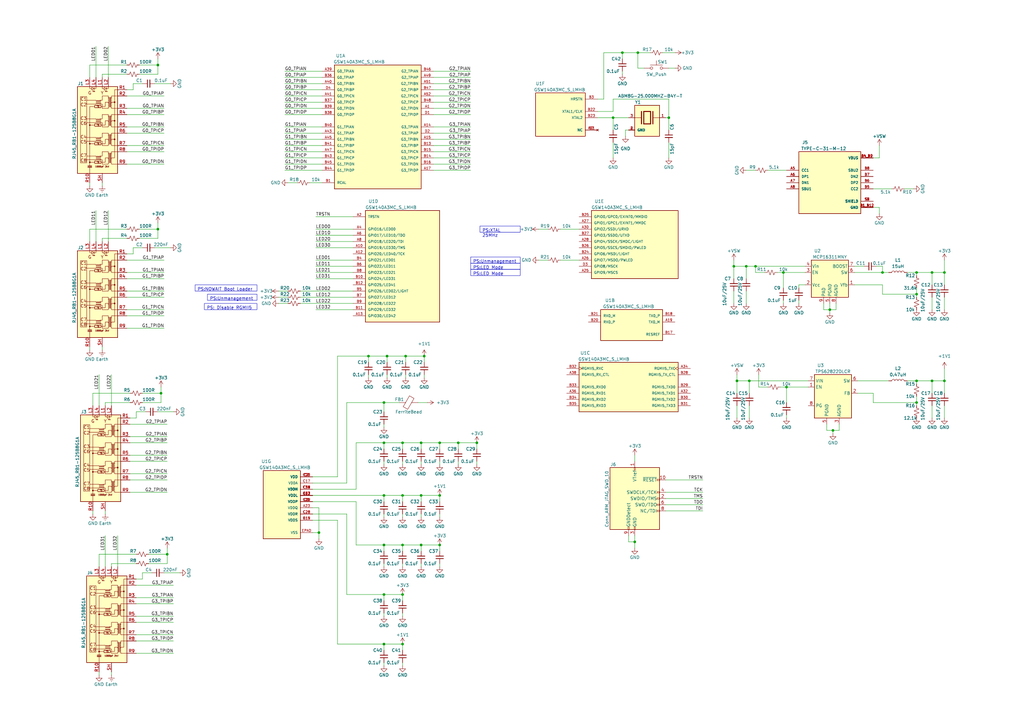
<source format=kicad_sch>
(kicad_sch (version 20230121) (generator eeschema)
  (paper "A3")
  (junction (at 302.26 156.21))
  (junction (at 157.48 165.1))
  (junction (at 321.31 111.76))
  (junction (at 375.92 156.21))
  (junction (at 307.34 156.21))
  (junction (at 187.96 181.61))
  (junction (at 195.58 181.61))
  (junction (at 172.72 203.2))
  (junction (at 64.77 26.67))
  (junction (at 180.34 223.52))
  (junction (at 157.48 203.2))
  (junction (at 180.34 203.2))
  (junction (at 165.1 223.52))
  (junction (at 66.04 161.29))
  (junction (at 300.99 109.22))
  (junction (at 340.36 127))
  (junction (at 157.48 181.61))
  (junction (at 255.27 21.59))
  (junction (at 165.1 203.2))
  (junction (at 387.35 156.21))
  (junction (at 375.92 111.76))
  (junction (at 157.48 243.84))
  (junction (at 165.1 264.16))
  (junction (at 173.99 146.05))
  (junction (at 68.58 227.33))
  (junction (at 322.58 158.75))
  (junction (at 180.34 181.61))
  (junction (at 309.88 109.22))
  (junction (at 341.63 176.53))
  (junction (at 375.92 120.65))
  (junction (at 274.32 48.26))
  (junction (at 130.81 218.44))
  (junction (at 165.1 243.84))
  (junction (at 64.77 93.98))
  (junction (at 261.62 21.59))
  (junction (at 251.46 48.26))
  (junction (at 382.27 156.21))
  (junction (at 387.35 111.76))
  (junction (at 375.92 165.1))
  (junction (at 382.27 111.76))
  (junction (at 172.72 181.61))
  (junction (at 361.95 111.76))
  (junction (at 165.1 181.61))
  (junction (at 151.13 146.05))
  (junction (at 260.35 222.25))
  (junction (at 172.72 223.52))
  (junction (at 157.48 264.16))
  (junction (at 157.48 223.52))
  (junction (at 158.75 146.05))
  (junction (at 306.07 109.22))
  (junction (at 166.37 146.05))
  (wire (pts (xy 306.07 114.3) (xy 306.07 109.22)))
  (wire (pts (xy 229.87 93.98) (xy 237.49 93.98)))
  (wire (pts (xy 309.88 109.22) (xy 330.2 109.22)))
  (wire (pts (xy 128.27 200.66) (xy 146.05 200.66)))
  (wire (pts (xy 195.58 184.15) (xy 195.58 181.61)))
  (wire (pts (xy 165.1 190.5) (xy 165.1 189.23)))
  (wire (pts (xy 187.96 181.61) (xy 187.96 184.15)))
  (wire (pts (xy 116.84 64.77) (xy 132.08 64.77)))
  (wire (pts (xy 127 74.93) (xy 132.08 74.93)))
  (wire (pts (xy 245.11 40.64) (xy 247.65 40.64)))
  (wire (pts (xy 54.61 36.83) (xy 54.61 34.29)))
  (wire (pts (xy 360.68 64.77) (xy 358.14 64.77)))
  (wire (pts (xy 327.66 124.46) (xy 327.66 123.19)))
  (wire (pts (xy 130.81 220.98) (xy 130.81 218.44)))
  (wire (pts (xy 193.04 62.23) (xy 177.8 62.23)))
  (wire (pts (xy 300.99 114.3) (xy 300.99 109.22)))
  (wire (pts (xy 67.31 111.76) (xy 52.07 111.76)))
  (wire (pts (xy 71.12 267.97) (xy 55.88 267.97)))
  (wire (pts (xy 54.61 101.6) (xy 58.42 101.6)))
  (wire (pts (xy 172.72 223.52) (xy 172.72 226.06)))
  (wire (pts (xy 172.72 203.2) (xy 172.72 205.74)))
  (wire (pts (xy 38.1 210.82) (xy 38.1 209.55)))
  (wire (pts (xy 306.07 124.46) (xy 306.07 119.38)))
  (wire (pts (xy 157.48 181.61) (xy 165.1 181.61)))
  (wire (pts (xy 67.31 52.07) (xy 52.07 52.07)))
  (wire (pts (xy 146.05 181.61) (xy 146.05 200.66)))
  (wire (pts (xy 71.12 168.91) (xy 64.77 168.91)))
  (wire (pts (xy 358.14 85.09) (xy 360.68 85.09)))
  (wire (pts (xy 313.69 111.76) (xy 309.88 111.76)))
  (wire (pts (xy 58.42 234.95) (xy 62.23 234.95)))
  (wire (pts (xy 71.12 255.27) (xy 55.88 255.27)))
  (wire (pts (xy 361.95 111.76) (xy 350.52 111.76)))
  (wire (pts (xy 114.3 121.92) (xy 118.11 121.92)))
  (wire (pts (xy 163.83 165.1) (xy 157.48 165.1)))
  (wire (pts (xy 364.49 156.21) (xy 351.79 156.21)))
  (wire (pts (xy 116.84 29.21) (xy 132.08 29.21)))
  (wire (pts (xy 142.24 165.1) (xy 157.48 165.1)))
  (wire (pts (xy 157.48 223.52) (xy 157.48 226.06)))
  (wire (pts (xy 67.31 106.68) (xy 52.07 106.68)))
  (wire (pts (xy 39.37 19.05) (xy 39.37 31.75)))
  (wire (pts (xy 68.58 181.61) (xy 53.34 181.61)))
  (wire (pts (xy 166.37 146.05) (xy 173.99 146.05)))
  (wire (pts (xy 358.14 161.29) (xy 358.14 165.1)))
  (wire (pts (xy 55.88 168.91) (xy 59.69 168.91)))
  (wire (pts (xy 41.91 99.06) (xy 41.91 97.79)))
  (wire (pts (xy 118.11 74.93) (xy 121.92 74.93)))
  (wire (pts (xy 187.96 181.61) (xy 180.34 181.61)))
  (wire (pts (xy 172.72 190.5) (xy 172.72 189.23)))
  (wire (pts (xy 372.11 156.21) (xy 375.92 156.21)))
  (wire (pts (xy 69.85 34.29) (xy 63.5 34.29)))
  (wire (pts (xy 58.42 165.1) (xy 66.04 165.1)))
  (wire (pts (xy 247.65 21.59) (xy 247.65 40.64)))
  (wire (pts (xy 288.29 196.85) (xy 273.05 196.85)))
  (wire (pts (xy 157.48 212.09) (xy 157.48 210.82)))
  (wire (pts (xy 274.32 48.26) (xy 274.32 53.34)))
  (wire (pts (xy 67.31 114.3) (xy 52.07 114.3)))
  (wire (pts (xy 276.86 27.94) (xy 274.32 27.94)))
  (wire (pts (xy 342.9 127) (xy 340.36 127)))
  (wire (pts (xy 375.92 156.21) (xy 382.27 156.21)))
  (wire (pts (xy 151.13 146.05) (xy 158.75 146.05)))
  (wire (pts (xy 41.91 30.48) (xy 52.07 30.48)))
  (wire (pts (xy 359.41 109.22) (xy 361.95 109.22)))
  (wire (pts (xy 193.04 29.21) (xy 177.8 29.21)))
  (wire (pts (xy 322.58 158.75) (xy 320.04 158.75)))
  (wire (pts (xy 158.75 146.05) (xy 166.37 146.05)))
  (wire (pts (xy 387.35 151.13) (xy 387.35 156.21)))
  (wire (pts (xy 195.58 181.61) (xy 187.96 181.61)))
  (wire (pts (xy 157.48 203.2) (xy 165.1 203.2)))
  (wire (pts (xy 146.05 223.52) (xy 157.48 223.52)))
  (wire (pts (xy 54.61 104.14) (xy 54.61 101.6)))
  (wire (pts (xy 116.84 36.83) (xy 132.08 36.83)))
  (wire (pts (xy 251.46 64.77) (xy 251.46 58.42)))
  (wire (pts (xy 39.37 86.36) (xy 39.37 99.06)))
  (wire (pts (xy 71.12 260.35) (xy 55.88 260.35)))
  (wire (pts (xy 68.58 201.93) (xy 53.34 201.93)))
  (wire (pts (xy 138.43 195.58) (xy 138.43 146.05)))
  (wire (pts (xy 116.84 41.91) (xy 132.08 41.91)))
  (wire (pts (xy 361.95 120.65) (xy 375.92 120.65)))
  (wire (pts (xy 251.46 40.64) (xy 274.32 40.64)))
  (wire (pts (xy 321.31 111.76) (xy 321.31 118.11)))
  (wire (pts (xy 71.12 262.89) (xy 55.88 262.89)))
  (wire (pts (xy 151.13 154.94) (xy 151.13 153.67)))
  (wire (pts (xy 128.27 208.28) (xy 130.81 208.28)))
  (wire (pts (xy 172.72 203.2) (xy 180.34 203.2)))
  (wire (pts (xy 360.68 85.09) (xy 360.68 87.63)))
  (wire (pts (xy 171.45 165.1) (xy 175.26 165.1)))
  (wire (pts (xy 322.58 171.45) (xy 322.58 170.18)))
  (wire (pts (xy 257.81 219.71) (xy 257.81 222.25)))
  (wire (pts (xy 68.58 173.99) (xy 53.34 173.99)))
  (wire (pts (xy 158.75 154.94) (xy 158.75 153.67)))
  (wire (pts (xy 60.96 231.14) (xy 68.58 231.14)))
  (wire (pts (xy 45.72 276.86) (xy 45.72 275.59)))
  (wire (pts (xy 165.1 264.16) (xy 165.1 266.7)))
  (wire (pts (xy 64.77 93.98) (xy 64.77 97.79)))
  (wire (pts (xy 116.84 39.37) (xy 132.08 39.37)))
  (wire (pts (xy 116.84 59.69) (xy 132.08 59.69)))
  (wire (pts (xy 375.92 120.65) (xy 375.92 121.92)))
  (wire (pts (xy 302.26 161.29) (xy 302.26 156.21)))
  (wire (pts (xy 123.19 119.38) (xy 144.78 119.38)))
  (wire (pts (xy 274.32 40.64) (xy 274.32 48.26)))
  (wire (pts (xy 165.1 203.2) (xy 165.1 205.74)))
  (wire (pts (xy 157.48 165.1) (xy 157.48 168.91)))
  (wire (pts (xy 128.27 213.36) (xy 138.43 213.36)))
  (wire (pts (xy 165.1 203.2) (xy 172.72 203.2)))
  (wire (pts (xy 257.81 222.25) (xy 260.35 222.25)))
  (wire (pts (xy 382.27 156.21) (xy 382.27 161.29)))
  (wire (pts (xy 67.31 127) (xy 52.07 127)))
  (wire (pts (xy 173.99 146.05) (xy 173.99 148.59)))
  (wire (pts (xy 129.54 101.6) (xy 144.78 101.6)))
  (wire (pts (xy 67.31 44.45) (xy 52.07 44.45)))
  (wire (pts (xy 274.32 64.77) (xy 274.32 58.42)))
  (wire (pts (xy 382.27 171.45) (xy 382.27 166.37)))
  (wire (pts (xy 251.46 48.26) (xy 245.11 48.26)))
  (wire (pts (xy 193.04 39.37) (xy 177.8 39.37)))
  (wire (pts (xy 45.72 232.41) (xy 45.72 231.14)))
  (wire (pts (xy 358.14 165.1) (xy 375.92 165.1)))
  (wire (pts (xy 306.07 69.85) (xy 309.88 69.85)))
  (wire (pts (xy 350.52 116.84) (xy 361.95 116.84)))
  (wire (pts (xy 157.48 252.73) (xy 157.48 251.46)))
  (wire (pts (xy 375.92 111.76) (xy 382.27 111.76)))
  (wire (pts (xy 337.82 124.46) (xy 337.82 127)))
  (wire (pts (xy 146.05 205.74) (xy 146.05 223.52)))
  (wire (pts (xy 245.11 45.72) (xy 251.46 45.72)))
  (wire (pts (xy 193.04 31.75) (xy 177.8 31.75)))
  (wire (pts (xy 128.27 210.82) (xy 142.24 210.82)))
  (wire (pts (xy 193.04 34.29) (xy 177.8 34.29)))
  (wire (pts (xy 180.34 181.61) (xy 180.34 184.15)))
  (wire (pts (xy 193.04 44.45) (xy 177.8 44.45)))
  (wire (pts (xy 157.48 175.26) (xy 157.48 173.99)))
  (wire (pts (xy 193.04 59.69) (xy 177.8 59.69)))
  (wire (pts (xy 374.65 77.47) (xy 370.84 77.47)))
  (wire (pts (xy 130.81 218.44) (xy 128.27 218.44)))
  (wire (pts (xy 165.1 232.41) (xy 165.1 231.14)))
  (wire (pts (xy 172.72 223.52) (xy 180.34 223.52)))
  (wire (pts (xy 288.29 204.47) (xy 273.05 204.47)))
  (wire (pts (xy 52.07 36.83) (xy 54.61 36.83)))
  (wire (pts (xy 364.49 111.76) (xy 361.95 111.76)))
  (wire (pts (xy 68.58 227.33) (xy 68.58 231.14)))
  (wire (pts (xy 172.72 181.61) (xy 172.72 184.15)))
  (wire (pts (xy 361.95 116.84) (xy 361.95 120.65)))
  (wire (pts (xy 66.04 161.29) (xy 66.04 165.1)))
  (wire (pts (xy 40.64 276.86) (xy 40.64 275.59)))
  (wire (pts (xy 123.19 124.46) (xy 144.78 124.46)))
  (wire (pts (xy 165.1 212.09) (xy 165.1 210.82)))
  (wire (pts (xy 327.66 116.84) (xy 330.2 116.84)))
  (wire (pts (xy 73.66 234.95) (xy 67.31 234.95)))
  (wire (pts (xy 300.99 109.22) (xy 306.07 109.22)))
  (wire (pts (xy 193.04 36.83) (xy 177.8 36.83)))
  (wire (pts (xy 67.31 119.38) (xy 52.07 119.38)))
  (wire (pts (xy 48.26 232.41) (xy 48.26 219.71)))
  (wire (pts (xy 129.54 99.06) (xy 144.78 99.06)))
  (wire (pts (xy 67.31 121.92) (xy 52.07 121.92)))
  (wire (pts (xy 55.88 237.49) (xy 58.42 237.49)))
  (wire (pts (xy 41.91 97.79) (xy 52.07 97.79)))
  (wire (pts (xy 193.04 57.15) (xy 177.8 57.15)))
  (wire (pts (xy 129.54 127) (xy 144.78 127)))
  (wire (pts (xy 180.34 223.52) (xy 180.34 226.06)))
  (wire (pts (xy 157.48 273.05) (xy 157.48 271.78)))
  (wire (pts (xy 193.04 69.85) (xy 177.8 69.85)))
  (wire (pts (xy 387.35 116.84) (xy 387.35 111.76)))
  (wire (pts (xy 57.15 30.48) (xy 64.77 30.48)))
  (wire (pts (xy 314.96 158.75) (xy 311.15 158.75)))
  (wire (pts (xy 229.87 106.68) (xy 237.49 106.68)))
  (wire (pts (xy 68.58 196.85) (xy 53.34 196.85)))
  (wire (pts (xy 314.96 69.85) (xy 322.58 69.85)))
  (wire (pts (xy 123.19 121.92) (xy 144.78 121.92)))
  (wire (pts (xy 116.84 54.61) (xy 132.08 54.61)))
  (wire (pts (xy 157.48 232.41) (xy 157.48 231.14)))
  (wire (pts (xy 361.95 109.22) (xy 361.95 111.76)))
  (wire (pts (xy 58.42 237.49) (xy 58.42 234.95)))
  (wire (pts (xy 372.11 111.76) (xy 375.92 111.76)))
  (wire (pts (xy 193.04 64.77) (xy 177.8 64.77)))
  (wire (pts (xy 340.36 127) (xy 340.36 124.46)))
  (wire (pts (xy 71.12 252.73) (xy 55.88 252.73)))
  (wire (pts (xy 166.37 146.05) (xy 166.37 148.59)))
  (wire (pts (xy 165.1 181.61) (xy 165.1 184.15)))
  (wire (pts (xy 302.26 171.45) (xy 302.26 166.37)))
  (wire (pts (xy 129.54 111.76) (xy 144.78 111.76)))
  (wire (pts (xy 67.31 46.99) (xy 52.07 46.99)))
  (wire (pts (xy 195.58 190.5) (xy 195.58 189.23)))
  (wire (pts (xy 128.27 203.2) (xy 157.48 203.2)))
  (wire (pts (xy 264.16 27.94) (xy 261.62 27.94)))
  (wire (pts (xy 71.12 240.03) (xy 55.88 240.03)))
  (wire (pts (xy 40.64 227.33) (xy 55.88 227.33)))
  (wire (pts (xy 165.1 181.61) (xy 172.72 181.61)))
  (wire (pts (xy 64.77 91.44) (xy 64.77 93.98)))
  (wire (pts (xy 256.54 53.34) (xy 256.54 55.88)))
  (wire (pts (xy 128.27 205.74) (xy 146.05 205.74)))
  (wire (pts (xy 58.42 161.29) (xy 66.04 161.29)))
  (wire (pts (xy 67.31 62.23) (xy 52.07 62.23)))
  (wire (pts (xy 157.48 264.16) (xy 165.1 264.16)))
  (wire (pts (xy 129.54 93.98) (xy 144.78 93.98)))
  (wire (pts (xy 128.27 195.58) (xy 138.43 195.58)))
  (wire (pts (xy 220.98 93.98) (xy 224.79 93.98)))
  (wire (pts (xy 43.18 210.82) (xy 43.18 209.55)))
  (wire (pts (xy 260.35 222.25) (xy 260.35 219.71)))
  (wire (pts (xy 64.77 24.13) (xy 64.77 26.67)))
  (wire (pts (xy 255.27 30.48) (xy 255.27 29.21)))
  (wire (pts (xy 327.66 118.11) (xy 327.66 116.84)))
  (wire (pts (xy 172.72 232.41) (xy 172.72 231.14)))
  (wire (pts (xy 68.58 194.31) (xy 53.34 194.31)))
  (wire (pts (xy 180.34 232.41) (xy 180.34 231.14)))
  (wire (pts (xy 71.12 247.65) (xy 55.88 247.65)))
  (wire (pts (xy 116.84 67.31) (xy 132.08 67.31)))
  (wire (pts (xy 157.48 189.23) (xy 157.48 190.5)))
  (wire (pts (xy 68.58 179.07) (xy 53.34 179.07)))
  (wire (pts (xy 344.17 173.99) (xy 344.17 176.53)))
  (wire (pts (xy 302.26 156.21) (xy 307.34 156.21)))
  (wire (pts (xy 43.18 219.71) (xy 43.18 232.41)))
  (wire (pts (xy 387.35 156.21) (xy 382.27 156.21)))
  (wire (pts (xy 307.34 156.21) (xy 331.47 156.21)))
  (wire (pts (xy 387.35 106.68) (xy 387.35 111.76)))
  (wire (pts (xy 339.09 176.53) (xy 341.63 176.53)))
  (wire (pts (xy 36.83 93.98) (xy 52.07 93.98)))
  (wire (pts (xy 36.83 76.2) (xy 36.83 74.93)))
  (wire (pts (xy 114.3 124.46) (xy 118.11 124.46)))
  (wire (pts (xy 41.91 76.2) (xy 41.91 74.93)))
  (wire (pts (xy 166.37 154.94) (xy 166.37 153.67)))
  (wire (pts (xy 360.68 59.69) (xy 360.68 64.77)))
  (wire (pts (xy 337.82 127) (xy 340.36 127)))
  (wire (pts (xy 342.9 124.46) (xy 342.9 127)))
  (wire (pts (xy 142.24 210.82) (xy 142.24 243.84)))
  (wire (pts (xy 53.34 171.45) (xy 55.88 171.45)))
  (wire (pts (xy 158.75 146.05) (xy 158.75 148.59)))
  (wire (pts (xy 321.31 124.46) (xy 321.31 123.19)))
  (wire (pts (xy 129.54 109.22) (xy 144.78 109.22)))
  (wire (pts (xy 165.1 243.84) (xy 165.1 246.38)))
  (wire (pts (xy 129.54 106.68) (xy 144.78 106.68)))
  (wire (pts (xy 255.27 21.59) (xy 261.62 21.59)))
  (wire (pts (xy 165.1 273.05) (xy 165.1 271.78)))
  (wire (pts (xy 69.85 101.6) (xy 63.5 101.6)))
  (wire (pts (xy 157.48 243.84) (xy 165.1 243.84)))
  (wire (pts (xy 67.31 54.61) (xy 52.07 54.61)))
  (wire (pts (xy 45.72 166.37) (xy 45.72 153.67)))
  (wire (pts (xy 64.77 26.67) (xy 64.77 30.48)))
  (wire (pts (xy 180.34 212.09) (xy 180.34 210.82)))
  (wire (pts (xy 193.04 41.91) (xy 177.8 41.91)))
  (wire (pts (xy 187.96 190.5) (xy 187.96 189.23)))
  (wire (pts (xy 44.45 99.06) (xy 44.45 86.36)))
  (wire (pts (xy 309.88 109.22) (xy 309.88 111.76)))
  (wire (pts (xy 382.27 127) (xy 382.27 121.92)))
  (wire (pts (xy 157.48 203.2) (xy 157.48 205.74)))
  (wire (pts (xy 247.65 21.59) (xy 255.27 21.59)))
  (wire (pts (xy 41.91 31.75) (xy 41.91 30.48)))
  (wire (pts (xy 138.43 146.05) (xy 151.13 146.05)))
  (wire (pts (xy 276.86 21.59) (xy 271.78 21.59)))
  (wire (pts (xy 321.31 111.76) (xy 318.77 111.76)))
  (wire (pts (xy 375.92 111.76) (xy 375.92 113.03)))
  (wire (pts (xy 288.29 201.93) (xy 273.05 201.93)))
  (wire (pts (xy 146.05 181.61) (xy 157.48 181.61)))
  (wire (pts (xy 382.27 111.76) (xy 382.27 116.84)))
  (wire (pts (xy 130.81 208.28) (xy 130.81 218.44)))
  (wire (pts (xy 52.07 104.14) (xy 54.61 104.14)))
  (wire (pts (xy 274.32 48.26) (xy 273.05 48.26)))
  (wire (pts (xy 116.84 62.23) (xy 132.08 62.23)))
  (wire (pts (xy 60.96 227.33) (xy 68.58 227.33)))
  (wire (pts (xy 36.83 26.67) (xy 36.83 31.75)))
  (wire (pts (xy 116.84 57.15) (xy 132.08 57.15)))
  (wire (pts (xy 138.43 264.16) (xy 157.48 264.16)))
  (wire (pts (xy 43.18 165.1) (xy 53.34 165.1)))
  (wire (pts (xy 38.1 161.29) (xy 53.34 161.29)))
  (wire (pts (xy 68.58 224.79) (xy 68.58 227.33)))
  (wire (pts (xy 41.91 143.51) (xy 41.91 142.24)))
  (wire (pts (xy 193.04 46.99) (xy 177.8 46.99)))
  (wire (pts (xy 322.58 158.75) (xy 331.47 158.75)))
  (wire (pts (xy 45.72 231.14) (xy 55.88 231.14)))
  (wire (pts (xy 351.79 161.29) (xy 358.14 161.29)))
  (wire (pts (xy 260.35 224.79) (xy 260.35 222.25)))
  (wire (pts (xy 142.24 198.12) (xy 142.24 165.1)))
  (wire (pts (xy 129.54 88.9) (xy 144.78 88.9)))
  (wire (pts (xy 339.09 173.99) (xy 339.09 176.53)))
  (wire (pts (xy 57.15 93.98) (xy 64.77 93.98)))
  (wire (pts (xy 340.36 128.27) (xy 340.36 127)))
  (wire (pts (xy 387.35 127) (xy 387.35 121.92)))
  (wire (pts (xy 129.54 96.52) (xy 144.78 96.52)))
  (wire (pts (xy 300.99 124.46) (xy 300.99 119.38)))
  (wire (pts (xy 55.88 171.45) (xy 55.88 168.91)))
  (wire (pts (xy 300.99 106.68) (xy 300.99 109.22)))
  (wire (pts (xy 36.83 143.51) (xy 36.83 142.24)))
  (wire (pts (xy 116.84 34.29) (xy 132.08 34.29)))
  (wire (pts (xy 220.98 106.68) (xy 224.79 106.68)))
  (wire (pts (xy 193.04 52.07) (xy 177.8 52.07)))
  (wire (pts (xy 151.13 146.05) (xy 151.13 148.59)))
  (wire (pts (xy 43.18 166.37) (xy 43.18 165.1)))
  (wire (pts (xy 67.31 134.62) (xy 52.07 134.62)))
  (wire (pts (xy 375.92 120.65) (xy 375.92 118.11)))
  (wire (pts (xy 387.35 171.45) (xy 387.35 166.37)))
  (wire (pts (xy 261.62 21.59) (xy 266.7 21.59)))
  (wire (pts (xy 255.27 21.59) (xy 255.27 24.13)))
  (wire (pts (xy 322.58 158.75) (xy 322.58 165.1)))
  (wire (pts (xy 354.33 109.22) (xy 350.52 109.22)))
  (wire (pts (xy 142.24 243.84) (xy 157.48 243.84)))
  (wire (pts (xy 67.31 39.37) (xy 52.07 39.37)))
  (wire (pts (xy 251.46 45.72) (xy 251.46 40.64)))
  (wire (pts (xy 114.3 119.38) (xy 118.11 119.38)))
  (wire (pts (xy 180.34 190.5) (xy 180.34 189.23)))
  (wire (pts (xy 307.34 161.29) (xy 307.34 156.21)))
  (wire (pts (xy 67.31 67.31) (xy 52.07 67.31)))
  (wire (pts (xy 157.48 223.52) (xy 165.1 223.52)))
  (wire (pts (xy 306.07 109.22) (xy 309.88 109.22)))
  (wire (pts (xy 157.48 181.61) (xy 157.48 184.15)))
  (wire (pts (xy 375.92 156.21) (xy 375.92 157.48)))
  (wire (pts (xy 288.29 207.01) (xy 273.05 207.01)))
  (wire (pts (xy 344.17 176.53) (xy 341.63 176.53)))
  (wire (pts (xy 375.92 165.1) (xy 375.92 166.37)))
  (wire (pts (xy 172.72 212.09) (xy 172.72 210.82)))
  (wire (pts (xy 40.64 153.67) (xy 40.64 166.37)))
  (wire (pts (xy 36.83 93.98) (xy 36.83 99.06)))
  (wire (pts (xy 157.48 264.16) (xy 157.48 266.7)))
  (wire (pts (xy 68.58 189.23) (xy 53.34 189.23)))
  (wire (pts (xy 251.46 48.26) (xy 251.46 53.34)))
  (wire (pts (xy 311.15 153.67) (xy 311.15 158.75)))
  (wire (pts (xy 375.92 162.56) (xy 375.92 165.1)))
  (wire (pts (xy 157.48 243.84) (xy 157.48 246.38)))
  (wire (pts (xy 71.12 245.11) (xy 55.88 245.11)))
  (wire (pts (xy 193.04 67.31) (xy 177.8 67.31)))
  (wire (pts (xy 387.35 111.76) (xy 382.27 111.76)))
  (wire (pts (xy 116.84 52.07) (xy 132.08 52.07)))
  (wire (pts (xy 165.1 252.73) (xy 165.1 251.46)))
  (wire (pts (xy 129.54 114.3) (xy 144.78 114.3)))
  (wire (pts (xy 288.29 209.55) (xy 273.05 209.55)))
  (wire (pts (xy 67.31 59.69) (xy 52.07 59.69)))
  (wire (pts (xy 57.15 97.79) (xy 64.77 97.79)))
  (wire (pts (xy 341.63 177.8) (xy 341.63 176.53)))
  (wire (pts (xy 36.83 26.67) (xy 52.07 26.67)))
  (wire (pts (xy 256.54 53.34) (xy 257.81 53.34)))
  (wire (pts (xy 57.15 26.67) (xy 64.77 26.67)))
  (wire (pts (xy 66.04 158.75) (xy 66.04 161.29)))
  (wire (pts (xy 67.31 129.54) (xy 52.07 129.54)))
  (wire (pts (xy 180.34 203.2) (xy 180.34 205.74)))
  (wire (pts (xy 193.04 54.61) (xy 177.8 54.61)))
  (wire (pts (xy 261.62 27.94) (xy 261.62 21.59)))
  (wire (pts (xy 165.1 223.52) (xy 172.72 223.52)))
  (wire (pts (xy 38.1 161.29) (xy 38.1 166.37)))
  (wire (pts (xy 68.58 186.69) (xy 53.34 186.69)))
  (wire (pts (xy 44.45 31.75) (xy 44.45 19.05)))
  (wire (pts (xy 365.76 77.47) (xy 358.14 77.47)))
  (wire (pts (xy 173.99 154.94) (xy 173.99 153.67)))
  (wire (pts (xy 387.35 161.29) (xy 387.35 156.21)))
  (wire (pts (xy 307.34 171.45) (xy 307.34 166.37)))
  (wire (pts (xy 165.1 223.52) (xy 165.1 226.06)))
  (wire (pts (xy 330.2 111.76) (xy 321.31 111.76)))
  (wire (pts (xy 260.35 186.69) (xy 260.35 189.23)))
  (wire (pts (xy 116.84 69.85) (xy 132.08 69.85)))
  (wire (pts (xy 116.84 44.45) (xy 132.08 44.45)))
  (wire (pts (xy 40.64 227.33) (xy 40.64 232.41)))
  (wire (pts (xy 257.81 48.26) (xy 251.46 48.26)))
  (wire (pts (xy 138.43 213.36) (xy 138.43 264.16)))
  (wire (pts (xy 128.27 198.12) (xy 142.24 198.12)))
  (wire (pts (xy 116.84 31.75) (xy 132.08 31.75)))
  (wire (pts (xy 116.84 46.99) (xy 132.08 46.99)))
  (wire (pts (xy 172.72 181.61) (xy 180.34 181.61)))
  (wire (pts (xy 54.61 34.29) (xy 58.42 34.29)))
  (wire (pts (xy 302.26 153.67) (xy 302.26 156.21)))
  (text_box "PS:Unmanagement" (at 193.04 105.41 0) (size 20.32 2.54) (effects (font (size 1.27 1.27)) (justify left top)))
  (text_box "PS:NOWAIT Boot Loader\n" (at 80.01 116.84 0) (size 25.4 2.54) (effects (font (size 1.27 1.27)) (justify left top)))
  (text_box "PS:Unmanagement" (at 85.09 120.65 0) (size 20.32 2.54) (effects (font (size 1.27 1.27)) (justify left top)))
  (text_box "PS:XTAL 25MHz\n" (at 196.85 92.71 0) (size 16.51 2.54) (effects (font (size 1.27 1.27)) (justify left top)))
  (text_box "PS: Disable RGMII5\n" (at 83.82 124.46 0) (size 21.59 2.54) (effects (font (size 1.27 1.27)) (justify left top)))
  (text_box "PS:LED Mode" (at 193.04 107.95 0) (size 20.32 2.54) (effects (font (size 1.27 1.27)) (justify left top)))
  (text_box "PS:LED Mode" (at 193.04 110.49 0) (size 20.32 2.54) (effects (font (size 1.27 1.27)) (justify left top)))
  (label "G3_TPICP" (at 193.04 64.77 180))
  (label "G1_TPICN" (at 116.84 62.23 0))
  (label "LED32" (at 48.26 219.71 270))
  (label "G0_TPIBP" (at 67.31 46.99 180))
  (label "G1_TPIAN" (at 116.84 52.07 0))
  (label "G2_TPICP" (at 193.04 41.91 180))
  (label "TRSTN" (at 288.29 196.85 180))
  (label "LED31" (at 43.18 219.71 270))
  (label "TDO" (at 288.29 207.01 180))
  (label "G1_TPICN" (at 67.31 127 180))
  (label "LED12" (at 44.45 86.36 270))
  (label "G3_TPIDP" (at 193.04 69.85 180))
  (label "G2_TPIDN" (at 193.04 44.45 180))
  (label "G3_TPIBN" (at 71.12 252.73 180))
  (label "G3_TPIAN" (at 193.04 52.07 180))
  (label "LED32" (at 129.54 127 0))
  (label "G3_TPIAN" (at 71.12 245.11 180))
  (label "G0_TPICP" (at 67.31 54.61 180))
  (label "G3_TPIBN" (at 193.04 57.15 180))
  (label "LED30" (at 129.54 101.6 0))
  (label "G3_TPICP" (at 71.12 255.27 180))
  (label "G2_TPIDP" (at 193.04 46.99 180))
  (label "G2_TPIBN" (at 68.58 186.69 180))
  (label "G2_TPICP" (at 68.58 189.23 180))
  (label "G0_TPICN" (at 67.31 59.69 180))
  (label "G3_TPIDN" (at 193.04 67.31 180))
  (label "LED11" (at 129.54 109.22 0))
  (label "G3_TPIBP" (at 193.04 59.69 180))
  (label "TCK" (at 288.29 201.93 180))
  (label "G1_TPIDP" (at 67.31 129.54 180))
  (label "G0_TPIBN" (at 67.31 52.07 180))
  (label "G0_TPIDP" (at 67.31 62.23 180))
  (label "G1_TPIAN" (at 67.31 111.76 180))
  (label "LED21" (at 129.54 111.76 0))
  (label "G2_TPIBP" (at 68.58 181.61 180))
  (label "G1_TPICP" (at 116.84 64.77 0))
  (label "G3_TPICN" (at 71.12 260.35 180))
  (label "TDI" (at 288.29 209.55 180))
  (label "LED20" (at 129.54 99.06 0))
  (label "G0_TPIBP" (at 116.84 36.83 0))
  (label "G0_TPIDP" (at 116.84 46.99 0))
  (label "LED31" (at 129.54 114.3 0))
  (label "G0_TPIDN" (at 116.84 44.45 0))
  (label "G1_TPIDN" (at 67.31 134.62 180))
  (label "G2_TPIBP" (at 193.04 36.83 180))
  (label "G0_TPIAP" (at 67.31 39.37 180))
  (label "G0_TPIAP" (at 116.84 31.75 0))
  (label "G0_TPICP" (at 116.84 41.91 0))
  (label "G1_TPIBN" (at 116.84 57.15 0))
  (label "G2_TPICN" (at 193.04 39.37 180))
  (label "G1_TPIAP" (at 116.84 54.61 0))
  (label "G2_TPIAN" (at 193.04 29.21 180))
  (label "G2_TPIAN" (at 68.58 179.07 180))
  (label "LED11" (at 39.37 86.36 270))
  (label "TMS" (at 288.29 204.47 180))
  (label "G3_TPIAP" (at 193.04 54.61 180))
  (label "G1_TPIBP" (at 116.84 59.69 0))
  (label "G3_TPIAP" (at 71.12 240.03 180))
  (label "TRSTN" (at 129.54 88.9 0))
  (label "G1_TPIDP" (at 116.84 69.85 0))
  (label "G2_TPIAP" (at 68.58 173.99 180))
  (label "G0_TPIBN" (at 116.84 34.29 0))
  (label "G3_TPIDP" (at 71.12 262.89 180))
  (label "G3_TPIDN" (at 71.12 267.97 180))
  (label "G1_TPICP" (at 67.31 121.92 180))
  (label "G0_TPIAN" (at 67.31 44.45 180))
  (label "G3_TPIBP" (at 71.12 247.65 180))
  (label "G1_TPIBN" (at 67.31 119.38 180))
  (label "G2_TPIDN" (at 68.58 201.93 180))
  (label "LED01" (at 129.54 106.68 0))
  (label "LED01" (at 39.37 19.05 270))
  (label "G3_TPICN" (at 193.04 62.23 180))
  (label "LED21" (at 40.64 153.67 270))
  (label "LED02" (at 129.54 119.38 0))
  (label "G0_TPIAN" (at 116.84 29.21 0))
  (label "G2_TPIBN" (at 193.04 34.29 180))
  (label "LED22" (at 129.54 124.46 0))
  (label "LED12" (at 129.54 121.92 0))
  (label "LED22" (at 45.72 153.67 270))
  (label "LED10" (at 129.54 96.52 0))
  (label "G0_TPIDN" (at 67.31 67.31 180))
  (label "G2_TPIAP" (at 193.04 31.75 180))
  (label "G2_TPIDP" (at 68.58 196.85 180))
  (label "G1_TPIDN" (at 116.84 67.31 0))
  (label "G2_TPICN" (at 68.58 194.31 180))
  (label "LED00" (at 129.54 93.98 0))
  (label "G1_TPIAP" (at 67.31 106.68 180))
  (label "G0_TPICN" (at 116.84 39.37 0))
  (label "LED02" (at 44.45 19.05 270))
  (label "G1_TPIBP" (at 67.31 114.3 180))
  (symbol (lib_id "power:+3V3") (at 276.86 21.59 270) (unit 1)
    (property "Reference" "#PWR078" (effects hide))
    (property "Value" "+3V3" (at 281.94 21.59 90))
  )
  (symbol (lib_id "power:GND") (at 36.83 143.51 0) (unit 1)
    (property "Reference" "#PWR06" (effects hide))
    (property "Value" "GND" (at 36.83 147.32 0))
  )
  (symbol (lib_id "Device:R_Small_US") (at 55.88 165.1 90) (unit 1)
    (property "Reference" "R6" (at 52.07 163.83 90))
    (property "Value" "100R" (at 60.96 163.83 90))
    (property "Footprint" "Resistor_SMD:R_0402_1005Metric" (effects hide))
  )
  (symbol (lib_id "power:GND") (at 387.35 171.45 0) (unit 1)
    (property "Reference" "#PWR042" (effects hide))
    (property "Value" "GND" (at 387.35 175.26 0))
  )
  (symbol (lib_id "Device:C_Small") (at 187.96 186.69 180) (unit 1)
    (property "Reference" "C28" (at 185.42 184.15 0))
    (property "Value" "0.1uF" (at 184.15 189.23 0))
    (property "Footprint" "Capacitor_SMD:C_0402_1005Metric" (effects hide))
  )
  (symbol (lib_id "Device:C_Small") (at 302.26 163.83 180) (unit 1)
    (property "Reference" "C14" (at 299.72 161.29 0))
    (property "Value" "10uF/25V" (at 298.45 167.64 90))
    (property "Footprint" "Capacitor_SMD:C_0805_2012Metric" (effects hide))
  )
  (symbol (lib_id "power:GND") (at 220.98 106.68 270) (unit 1)
    (property "Reference" "#PWR083" (effects hide))
    (property "Value" "GND" (at 215.9 106.68 90))
  )
  (symbol (lib_id "Device:R_Small_US") (at 54.61 93.98 90) (unit 1)
    (property "Reference" "R3" (at 50.8 92.71 90))
    (property "Value" "100R" (at 59.69 92.71 90))
    (property "Footprint" "Resistor_SMD:R_0402_1005Metric" (effects hide))
  )
  (symbol (lib_id "power:GND") (at 306.07 69.85 270) (unit 1)
    (property "Reference" "#PWR023" (effects hide))
    (property "Value" "GND" (at 302.26 69.85 0))
  )
  (symbol (lib_id "Device:R_Small_US") (at 54.61 30.48 90) (unit 1)
    (property "Reference" "R2" (at 50.8 29.21 90))
    (property "Value" "100R" (at 59.69 29.21 90))
    (property "Footprint" "Resistor_SMD:R_0402_1005Metric" (effects hide))
  )
  (symbol (lib_id "power:GND") (at 300.99 124.46 0) (unit 1)
    (property "Reference" "#PWR026" (effects hide))
    (property "Value" "GND" (at 300.99 128.27 0))
  )
  (symbol (lib_id "power:GND") (at 172.72 190.5 0) (unit 1)
    (property "Reference" "#PWR053" (effects hide))
    (property "Value" "GND" (at 172.72 194.31 0))
  )
  (symbol (lib_id "power:GND") (at 157.48 212.09 0) (unit 1)
    (property "Reference" "#PWR058" (effects hide))
    (property "Value" "GND" (at 157.48 215.9 0))
  )
  (symbol (lib_id "power:+1V1") (at 165.1 264.16 0) (unit 1)
    (property "Reference" "#PWR072" (effects hide))
    (property "Value" "+1V1" (at 165.1 260.35 0))
  )
  (symbol (lib_id "power:GND") (at 180.34 212.09 0) (unit 1)
    (property "Reference" "#PWR062" (effects hide))
    (property "Value" "GND" (at 180.34 215.9 0))
  )
  (symbol (lib_id "Device:C_Small") (at 356.87 109.22 270) (unit 1)
    (property "Reference" "C11" (at 353.06 107.95 90))
    (property "Value" "0.1uF" (at 360.68 107.95 90))
    (property "Footprint" "Capacitor_SMD:C_0402_1005Metric" (effects hide))
  )
  (symbol (lib_id "Device:R_Small_US") (at 227.33 93.98 90) (unit 1)
    (property "Reference" "R19" (at 223.52 92.71 90))
    (property "Value" "10k" (at 232.41 92.71 90))
    (property "Footprint" "Resistor_SMD:R_0402_1005Metric" (effects hide))
  )
  (symbol (lib_id "power:+3V3") (at 220.98 93.98 90) (unit 1)
    (property "Reference" "#PWR081" (effects hide))
    (property "Value" "+3V3" (at 215.9 93.98 90))
  )
  (symbol (lib_id "power:GND") (at 387.35 127 0) (unit 1)
    (property "Reference" "#PWR031" (effects hide))
    (property "Value" "GND" (at 387.35 130.81 0))
  )
  (symbol (lib_id "Device:R_Small_US") (at 375.92 115.57 180) (unit 1)
    (property "Reference" "R12" (at 373.38 113.03 0))
    (property "Value" "31.6k" (at 373.38 118.11 0))
    (property "Footprint" "Resistor_SMD:R_0402_1005Metric" (effects hide))
  )
  (symbol (lib_id "Device:C_Small") (at 321.31 120.65 180) (unit 1)
    (property "Reference" "C9" (at 318.77 118.11 0))
    (property "Value" "0.1uF" (at 317.5 123.19 0))
    (property "Footprint" "Capacitor_SMD:C_0402_1005Metric" (effects hide))
  )
  (symbol (lib_id "Device:C_Small") (at 158.75 151.13 180) (unit 1)
    (property "Reference" "C20" (at 156.21 148.59 0))
    (property "Value" "0.1uF" (at 154.94 153.67 0))
    (property "Footprint" "Capacitor_SMD:C_0402_1005Metric" (effects hide))
  )
  (symbol (lib_id "power:GND") (at 306.07 124.46 0) (unit 1)
    (property "Reference" "#PWR027" (effects hide))
    (property "Value" "GND" (at 306.07 128.27 0))
  )
  (symbol (lib_id "Device:FerriteBead") (at 167.64 165.1 90) (unit 1)
    (property "Reference" "FB1" (at 163.83 163.83 90))
    (property "Value" "FerriteBead" (at 167.64 168.91 90))
    (property "Footprint" "Inductor_SMD:L_0603_1608Metric" (effects hide))
  )
  (symbol (lib_id "power:+3V3") (at 114.3 121.92 90) (unit 1)
    (property "Reference" "#PWR084" (effects hide))
    (property "Value" "+3V3" (at 109.22 121.92 90))
  )
  (symbol (lib_id "power:GND") (at 375.92 171.45 0) (unit 1)
    (property "Reference" "#PWR039" (effects hide))
    (property "Value" "GND" (at 375.92 175.26 0))
  )
  (symbol (lib_id "Device:C_Small") (at 157.48 186.69 180) (unit 1)
    (property "Reference" "C24" (at 154.94 184.15 0))
    (property "Value" "0.1uF" (at 153.67 189.23 0))
    (property "Footprint" "Capacitor_SMD:C_0402_1005Metric" (effects hide))
  )
  (symbol (lib_id "Device:R_Small_US") (at 375.92 160.02 180) (unit 1)
    (property "Reference" "R15" (at 373.38 157.48 0))
    (property "Value" "10k" (at 373.38 162.56 0))
    (property "Footprint" "Resistor_SMD:R_0402_1005Metric" (effects hide))
  )
  (symbol (lib_id "power:Earth") (at 43.18 210.82 0) (unit 1)
    (property "Reference" "#PWR011" (effects hide))
    (property "Value" "Earth" (at 43.18 214.63 0))
  )
  (symbol (lib_id "power:GND") (at 321.31 124.46 0) (unit 1)
    (property "Reference" "#PWR028" (effects hide))
    (property "Value" "GND" (at 321.31 128.27 0))
  )
  (symbol (lib_id "power:GND") (at 165.1 212.09 0) (unit 1)
    (property "Reference" "#PWR059" (effects hide))
    (property "Value" "GND" (at 165.1 215.9 0))
  )
  (symbol (lib_id "power:+3V3") (at 311.15 153.67 0) (unit 1)
    (property "Reference" "#PWR074" (effects hide))
    (property "Value" "+3V3" (at 311.15 149.86 0))
  )
  (symbol (lib_id "Device:R_Small_US") (at 54.61 97.79 90) (unit 1)
    (property "Reference" "R4" (at 50.8 96.52 90))
    (property "Value" "100R" (at 59.69 96.52 90))
    (property "Footprint" "Resistor_SMD:R_0402_1005Metric" (effects hide))
  )
  (symbol (lib_id "power:GND") (at 382.27 127 0) (unit 1)
    (property "Reference" "#PWR030" (effects hide))
    (property "Value" "GND" (at 382.27 130.81 0))
  )
  (symbol (lib_id "Device:C_Small") (at 327.66 120.65 180) (unit 1)
    (property "Reference" "C10" (at 325.12 118.11 0))
    (property "Value" "1uF" (at 325.12 123.19 0))
    (property "Footprint" "Capacitor_SMD:C_0603_1608Metric" (effects hide))
  )
  (symbol (lib_id "Device:C_Small") (at 151.13 151.13 180) (unit 1)
    (property "Reference" "C19" (at 148.59 148.59 0))
    (property "Value" "0.1uF" (at 147.32 153.67 0))
    (property "Footprint" "Capacitor_SMD:C_0402_1005Metric" (effects hide))
  )
  (symbol (lib_id "Device:C_Small") (at 195.58 186.69 180) (unit 1)
    (property "Reference" "C29" (at 193.04 184.15 0))
    (property "Value" "0.1uF" (at 191.77 189.23 0))
    (property "Footprint" "Capacitor_SMD:C_0402_1005Metric" (effects hide))
  )
  (symbol (lib_id "Device:C_Small") (at 64.77 234.95 90) (unit 1)
    (property "Reference" "C4" (at 60.96 233.68 90))
    (property "Value" "220nF" (at 69.85 233.68 90))
    (property "Footprint" "Capacitor_SMD:C_0402_1005Metric" (effects hide))
  )
  (symbol (lib_id "Device:C_Small") (at 157.48 208.28 180) (unit 1)
    (property "Reference" "C30" (at 154.94 205.74 0))
    (property "Value" "0.1uF" (at 153.67 210.82 0))
    (property "Footprint" "Capacitor_SMD:C_0402_1005Metric" (effects hide))
  )
  (symbol (lib_id "Device:C_Small") (at 387.35 119.38 180) (unit 1)
    (property "Reference" "C13" (at 384.81 116.84 0))
    (property "Value" "10uF/25V" (at 384.81 123.19 90))
    (property "Footprint" "Capacitor_SMD:C_0805_2012Metric" (effects hide))
  )
  (symbol (lib_id "power:GND") (at 327.66 124.46 0) (unit 1)
    (property "Reference" "#PWR029" (effects hide))
    (property "Value" "GND" (at 327.66 128.27 0))
  )
  (symbol (lib_id "power:GND") (at 187.96 190.5 0) (unit 1)
    (property "Reference" "#PWR056" (effects hide))
    (property "Value" "GND" (at 187.96 194.31 0))
  )
  (symbol (lib_id "power:+3V3") (at 387.35 106.68 0) (unit 1)
    (property "Reference" "#PWR034" (effects hide))
    (property "Value" "+3V3" (at 387.35 102.87 0))
  )
  (symbol (lib_id "power:GND") (at 341.63 177.8 0) (unit 1)
    (property "Reference" "#PWR043" (effects hide))
    (property "Value" "GND" (at 341.63 181.61 0))
  )
  (symbol (lib_id "power:GND") (at 73.66 234.95 90) (unit 1)
    (property "Reference" "#PWR017" (effects hide))
    (property "Value" "GND" (at 77.47 234.95 0))
  )
  (symbol (lib_id "Device:C_Small") (at 180.34 228.6 180) (unit 1)
    (property "Reference" "C37" (at 177.8 226.06 0))
    (property "Value" "0.1uF" (at 176.53 231.14 0))
    (property "Footprint" "Capacitor_SMD:C_0402_1005Metric" (effects hide))
  )
  (symbol (lib_id "power:+3V3") (at 180.34 223.52 0) (unit 1)
    (property "Reference" "#PWR066" (effects hide))
    (property "Value" "+3V3" (at 180.34 219.71 0))
  )
  (symbol (lib_id "Device:R_Small_US") (at 120.65 119.38 90) (unit 1)
    (property "Reference" "R20" (at 116.84 118.11 90))
    (property "Value" "10k" (at 125.73 118.11 90))
    (property "Footprint" "Resistor_SMD:R_0402_1005Metric" (effects hide))
  )
  (symbol (lib_id "Device:C_Small") (at 306.07 116.84 180) (unit 1)
    (property "Reference" "C8" (at 303.53 114.3 0))
    (property "Value" "10uF/25V" (at 303.53 120.65 90))
    (property "Footprint" "Capacitor_SMD:C_0805_2012Metric" (effects hide))
  )
  (symbol (lib_id "GSW140A3MC_S_LMHB:GSW140A3MC_S_LMHB") (at 259.08 132.08 0) (unit 2)
    (property "Reference" "U1" (at 250.19 123.19 0))
    (property "Value" "GSW140A3MC_S_LMHB" (at 257.81 125.73 0))
    (property "Footprint" "GSW140A3MC_S_LMHB:XCVR_GSW140A3MC_S_LMHB" (effects hide))
    (property "MF" "MaxLinear, Inc." (effects hide))
    (property "MAXIMUM_PACKAGE_HEIGHT" "0.85mm" (effects hide))
    (property "Package" "None" (effects hide))
    (property "Price" "None" (effects hide))
    (property "Check_prices" "https://www.snapeda.com/parts/GSW140A3MC%20S%20LMHB/MaxLinear%252C+Inc./view-part/?ref=eda" (effects hide))
    (property "STANDARD" "Manufacturer Recommendations" (effects hide))
    (property "PARTREV" "1.11mm" (effects hide))
    (property "SnapEDA_Link" "https://www.snapeda.com/parts/GSW140A3MC%20S%20LMHB/MaxLinear%252C+Inc./view-part/?ref=snap" (effects hide))
    (property "MP" "GSW140A3MC S LMHB" (effects hide))
    (property "Description" "\nEthernet ICs DEVICE CON GSW140A3MC MRQFN105 SLMHB CO\n" (effects hide))
    (property "MANUFACTURER" "MaxLinear" (effects hide))
    (property "Availability" "Not in stock" (effects hide))
    (property "SNAPEDA_PN" "GSW140A3MC S LMHB" (effects hide))
  )
  (symbol (lib_id "Device:R_Small_US") (at 124.46 74.93 90) (unit 1)
    (property "Reference" "R18" (at 120.65 73.66 90))
    (property "Value" "10k" (at 129.54 73.66 90))
    (property "Footprint" "Resistor_SMD:R_0402_1005Metric" (effects hide))
  )
  (symbol (lib_id "Device:R_Small_US") (at 375.92 124.46 180) (unit 1)
    (property "Reference" "R13" (at 373.38 121.92 0))
    (property "Value" "10k" (at 373.38 127 0))
    (property "Footprint" "Resistor_SMD:R_0402_1005Metric" (effects hide))
  )
  (symbol (lib_id "Device:C_Small") (at 157.48 269.24 180) (unit 1)
    (property "Reference" "C40" (at 154.94 266.7 0))
    (property "Value" "0.1uF" (at 153.67 271.78 0))
    (property "Footprint" "Capacitor_SMD:C_0402_1005Metric" (effects hide))
  )
  (symbol (lib_id "GSW140A3MC_S_LMHB:GSW140A3MC_S_LMHB") (at 165.1 109.22 0) (unit 4)
    (property "Reference" "U1" (at 151.13 82.55 0) (effects (justify left)))
    (property "Value" "GSW140A3MC_S_LMHB" (at 149.86 85.09 0) (effects (justify left)))
    (property "Footprint" "GSW140A3MC_S_LMHB:XCVR_GSW140A3MC_S_LMHB" (effects hide))
    (property "MF" "MaxLinear, Inc." (effects hide))
    (property "MAXIMUM_PACKAGE_HEIGHT" "0.85mm" (effects hide))
    (property "Package" "None" (effects hide))
    (property "Price" "None" (effects hide))
    (property "Check_prices" "https://www.snapeda.com/parts/GSW140A3MC%20S%20LMHB/MaxLinear%252C+Inc./view-part/?ref=eda" (effects hide))
    (property "STANDARD" "Manufacturer Recommendations" (effects hide))
    (property "PARTREV" "1.11mm" (effects hide))
    (property "SnapEDA_Link" "https://www.snapeda.com/parts/GSW140A3MC%20S%20LMHB/MaxLinear%252C+Inc./view-part/?ref=snap" (effects hide))
    (property "MP" "GSW140A3MC S LMHB" (effects hide))
    (property "Description" "\nEthernet ICs DEVICE CON GSW140A3MC MRQFN105 SLMHB CO\n" (effects hide))
    (property "MANUFACTURER" "MaxLinear" (effects hide))
    (property "Availability" "Not in stock" (effects hide))
    (property "SNAPEDA_PN" "GSW140A3MC S LMHB" (effects hide))
  )
  (symbol (lib_id "power:GND") (at 157.48 190.5 0) (unit 1)
    (property "Reference" "#PWR051" (effects hide))
    (property "Value" "GND" (at 157.48 194.31 0))
  )
  (symbol (lib_id "power:GND") (at 69.85 34.29 90) (unit 1)
    (property "Reference" "#PWR05" (effects hide))
    (property "Value" "GND" (at 73.66 34.29 0))
  )
  (symbol (lib_id "Switch:SW_Push") (at 269.24 27.94 0) (unit 1)
    (property "Reference" "SW1" (at 271.78 25.4 0))
    (property "Value" "SW_Push" (at 269.24 30.48 0))
    (property "Footprint" "Button_Switch_SMD:SW_Push_SPST_NO_Alps_SKRK" (effects hide))
  )
  (symbol (lib_id "power:+3V3") (at 175.26 165.1 270) (unit 1)
    (property "Reference" "#PWR049" (effects hide))
    (property "Value" "+3V3" (at 181.61 165.1 90))
  )
  (symbol (lib_id "power:+3V3") (at 64.77 24.13 0) (unit 1)
    (property "Reference" "#PWR04" (effects hide))
    (property "Value" "+3V3" (at 64.77 20.32 0))
  )
  (symbol (lib_id "Device:C_Small") (at 172.72 186.69 180) (unit 1)
    (property "Reference" "C26" (at 170.18 184.15 0))
    (property "Value" "0.1uF" (at 168.91 189.23 0))
    (property "Footprint" "Capacitor_SMD:C_0402_1005Metric" (effects hide))
  )
  (symbol (lib_id "Device:C_Small") (at 172.72 208.28 180) (unit 1)
    (property "Reference" "C32" (at 170.18 205.74 0))
    (property "Value" "0.1uF" (at 168.91 210.82 0))
    (property "Footprint" "Capacitor_SMD:C_0402_1005Metric" (effects hide))
  )
  (symbol (lib_id "power:+1V1") (at 173.99 146.05 0) (unit 1)
    (property "Reference" "#PWR044" (effects hide))
    (property "Value" "+1V1" (at 173.99 140.97 0))
  )
  (symbol (lib_id "power:GND") (at 118.11 74.93 270) (unit 1)
    (property "Reference" "#PWR080" (effects hide))
    (property "Value" "GND" (at 113.03 74.93 90))
  )
  (symbol (lib_id "power:GND") (at 195.58 190.5 0) (unit 1)
    (property "Reference" "#PWR057" (effects hide))
    (property "Value" "GND" (at 195.58 194.31 0))
  )
  (symbol (lib_id "Device:C_Small") (at 157.48 171.45 180) (unit 1)
    (property "Reference" "C23" (at 154.94 168.91 0))
    (property "Value" "0.1uF" (at 153.67 173.99 0))
    (property "Footprint" "Capacitor_SMD:C_0402_1005Metric" (effects hide))
  )
  (symbol (lib_id "power:GND") (at 274.32 64.77 0) (unit 1)
    (property "Reference" "#PWR019" (effects hide))
    (property "Value" "GND" (at 274.32 68.58 0))
  )
  (symbol (lib_id "Regulator_Switching:MCP16311MNY") (at 340.36 116.84 0) (unit 1)
    (property "Reference" "U2" (at 335.28 102.87 0))
    (property "Value" "MCP16311MNY" (at 340.36 105.41 0))
    (property "Footprint" "Package_DFN_QFN:DFN-8-1EP_3x2mm_P0.5mm_EP1.75x1.45mm" (effects hide))
    (property "Datasheet" "http://ww1.microchip.com/downloads/en/DeviceDoc/20005255B.pdf" (effects hide))
  )
  (symbol (lib_id "GSW140A3MC_S_LMHB:GSW140A3MC_S_LMHB") (at 257.81 158.75 0) (unit 3)
    (property "Reference" "U1" (at 240.03 144.78 0))
    (property "Value" "GSW140A3MC_S_LMHB" (at 247.65 147.32 0))
    (property "Footprint" "GSW140A3MC_S_LMHB:XCVR_GSW140A3MC_S_LMHB" (effects hide))
    (property "MF" "MaxLinear, Inc." (effects hide))
    (property "MAXIMUM_PACKAGE_HEIGHT" "0.85mm" (effects hide))
    (property "Package" "None" (effects hide))
    (property "Price" "None" (effects hide))
    (property "Check_prices" "https://www.snapeda.com/parts/GSW140A3MC%20S%20LMHB/MaxLinear%252C+Inc./view-part/?ref=eda" (effects hide))
    (property "STANDARD" "Manufacturer Recommendations" (effects hide))
    (property "PARTREV" "1.11mm" (effects hide))
    (property "SnapEDA_Link" "https://www.snapeda.com/parts/GSW140A3MC%20S%20LMHB/MaxLinear%252C+Inc./view-part/?ref=snap" (effects hide))
    (property "MP" "GSW140A3MC S LMHB" (effects hide))
    (property "Description" "\nEthernet ICs DEVICE CON GSW140A3MC MRQFN105 SLMHB CO\n" (effects hide))
    (property "MANUFACTURER" "MaxLinear" (effects hide))
    (property "Availability" "Not in stock" (effects hide))
    (property "SNAPEDA_PN" "GSW140A3MC S LMHB" (effects hide))
  )
  (symbol (lib_id "power:GND") (at 172.72 232.41 0) (unit 1)
    (property "Reference" "#PWR065" (effects hide))
    (property "Value" "GND" (at 172.72 236.22 0))
  )
  (symbol (lib_id "power:GND") (at 158.75 154.94 0) (unit 1)
    (property "Reference" "#PWR046" (effects hide))
    (property "Value" "GND" (at 158.75 158.75 0))
  )
  (symbol (lib_id "power:+3V3") (at 66.04 158.75 0) (unit 1)
    (property "Reference" "#PWR012" (effects hide))
    (property "Value" "+3V3" (at 66.04 154.94 0))
  )
  (symbol (lib_id "Device:R_Small_US") (at 269.24 21.59 90) (unit 1)
    (property "Reference" "R17" (at 265.43 20.32 90))
    (property "Value" "10k" (at 274.32 20.32 90))
    (property "Footprint" "Resistor_SMD:R_0402_1005Metric" (effects hide))
  )
  (symbol (lib_id "Device:C_Small") (at 387.35 163.83 180) (unit 1)
    (property "Reference" "C18" (at 384.81 161.29 0))
    (property "Value" "10uF/25V" (at 384.81 167.64 90))
    (property "Footprint" "Capacitor_SMD:C_0805_2012Metric" (effects hide))
  )
  (symbol (lib_id "power:+1V1") (at 180.34 203.2 0) (unit 1)
    (property "Reference" "#PWR061" (effects hide))
    (property "Value" "+1V1" (at 180.34 199.39 0))
  )
  (symbol (lib_id "GSW140A3MC_S_LMHB:GSW140A3MC_S_LMHB") (at 154.94 52.07 0) (unit 1)
    (property "Reference" "U1" (at 139.7 22.86 0))
    (property "Value" "GSW140A3MC_S_LMHB" (at 147.32 25.4 0))
    (property "Footprint" "GSW140A3MC_S_LMHB:XCVR_GSW140A3MC_S_LMHB" (effects hide))
    (property "MF" "MaxLinear, Inc." (effects hide))
    (property "MAXIMUM_PACKAGE_HEIGHT" "0.85mm" (effects hide))
    (property "Package" "None" (effects hide))
    (property "Price" "None" (effects hide))
    (property "Check_prices" "https://www.snapeda.com/parts/GSW140A3MC%20S%20LMHB/MaxLinear%252C+Inc./view-part/?ref=eda" (effects hide))
    (property "STANDARD" "Manufacturer Recommendations" (effects hide))
    (property "PARTREV" "1.11mm" (effects hide))
    (property "SnapEDA_Link" "https://www.snapeda.com/parts/GSW140A3MC%20S%20LMHB/MaxLinear%252C+Inc./view-part/?ref=snap" (effects hide))
    (property "MP" "GSW140A3MC S LMHB" (effects hide))
    (property "Description" "\nEthernet ICs DEVICE CON GSW140A3MC MRQFN105 SLMHB CO\n" (effects hide))
    (property "MANUFACTURER" "MaxLinear" (effects hide))
    (property "Availability" "Not in stock" (effects hide))
    (property "SNAPEDA_PN" "GSW140A3MC S LMHB" (effects hide))
  )
  (symbol (lib_id "power:GND") (at 340.36 128.27 0) (unit 1)
    (property "Reference" "#PWR025" (effects hide))
    (property "Value" "GND" (at 340.36 132.08 0))
  )
  (symbol (lib_id "Device:C_Small") (at 172.72 228.6 180) (unit 1)
    (property "Reference" "C36" (at 170.18 226.06 0))
    (property "Value" "0.1uF" (at 168.91 231.14 0))
    (property "Footprint" "Capacitor_SMD:C_0402_1005Metric" (effects hide))
  )
  (symbol (lib_id "power:+3V3") (at 114.3 119.38 90) (unit 1)
    (property "Reference" "#PWR082" (effects hide))
    (property "Value" "+3V3" (at 109.22 119.38 90))
  )
  (symbol (lib_id "Device:C_Small") (at 165.1 269.24 180) (unit 1)
    (property "Reference" "C41" (at 162.56 266.7 0))
    (property "Value" "0.1uF" (at 161.29 271.78 0))
    (property "Footprint" "Capacitor_SMD:C_0402_1005Metric" (effects hide))
  )
  (symbol (lib_id "Device:C_Small") (at 157.48 248.92 180) (unit 1)
    (property "Reference" "C38" (at 154.94 246.38 0))
    (property "Value" "0.1uF" (at 153.67 251.46 0))
    (property "Footprint" "Capacitor_SMD:C_0402_1005Metric" (effects hide))
  )
  (symbol (lib_id "GSW140A3MC_S_LMHB:GSW140A3MC_S_LMHB") (at 115.57 205.74 0) (unit 7)
    (property "Reference" "U1" (at 109.22 189.23 0))
    (property "Value" "GSW140A3MC_S_LMHB" (at 116.84 191.77 0))
    (property "Footprint" "GSW140A3MC_S_LMHB:XCVR_GSW140A3MC_S_LMHB" (effects hide))
    (property "MF" "MaxLinear, Inc." (effects hide))
    (property "MAXIMUM_PACKAGE_HEIGHT" "0.85mm" (effects hide))
    (property "Package" "None" (effects hide))
    (property "Price" "None" (effects hide))
    (property "Check_prices" "https://www.snapeda.com/parts/GSW140A3MC%20S%20LMHB/MaxLinear%252C+Inc./view-part/?ref=eda" (effects hide))
    (property "STANDARD" "Manufacturer Recommendations" (effects hide))
    (property "PARTREV" "1.11mm" (effects hide))
    (property "SnapEDA_Link" "https://www.snapeda.com/parts/GSW140A3MC%20S%20LMHB/MaxLinear%252C+Inc./view-part/?ref=snap" (effects hide))
    (property "MP" "GSW140A3MC S LMHB" (effects hide))
    (property "Description" "\nEthernet ICs DEVICE CON GSW140A3MC MRQFN105 SLMHB CO\n" (effects hide))
    (property "MANUFACTURER" "MaxLinear" (effects hide))
    (property "Availability" "Not in stock" (effects hide))
    (property "SNAPEDA_PN" "GSW140A3MC S LMHB" (effects hide))
  )
  (symbol (lib_id "power:GND") (at 165.1 252.73 0) (unit 1)
    (property "Reference" "#PWR069" (effects hide))
    (property "Value" "GND" (at 165.1 256.54 0))
  )
  (symbol (lib_id "power:GND") (at 38.1 210.82 0) (unit 1)
    (property "Reference" "#PWR010" (effects hide))
    (property "Value" "GND" (at 38.1 214.63 0))
  )
  (symbol (lib_id "power:GND") (at 157.48 273.05 0) (unit 1)
    (property "Reference" "#PWR071" (effects hide))
    (property "Value" "GND" (at 157.48 276.86 0))
  )
  (symbol (lib_id "Device:R_Small_US") (at 120.65 124.46 90) (unit 1)
    (property "Reference" "R23" (at 116.84 123.19 90))
    (property "Value" "10k" (at 125.73 123.19 90))
    (property "Footprint" "Resistor_SMD:R_0402_1005Metric" (effects hide))
  )
  (symbol (lib_id "power:GND") (at 157.48 175.26 0) (unit 1)
    (property "Reference" "#PWR050" (effects hide))
    (property "Value" "GND" (at 157.48 179.07 0))
  )
  (symbol (lib_id "GSW140A3MC_S_LMHB:GSW140A3MC_S_LMHB") (at 229.87 45.72 0) (mirror y) (unit 6)
    (property "Reference" "U1" (at 223.52 34.29 0) (effects (justify left)))
    (property "Value" "GSW140A3MC_S_LMHB" (at 240.03 36.83 0) (effects (justify left)))
    (property "Footprint" "GSW140A3MC_S_LMHB:XCVR_GSW140A3MC_S_LMHB" (effects hide))
    (property "MF" "MaxLinear, Inc." (effects hide))
    (property "MAXIMUM_PACKAGE_HEIGHT" "0.85mm" (effects hide))
    (property "Package" "None" (effects hide))
    (property "Price" "None" (effects hide))
    (property "Check_prices" "https://www.snapeda.com/parts/GSW140A3MC%20S%20LMHB/MaxLinear%252C+Inc./view-part/?ref=eda" (effects hide))
    (property "STANDARD" "Manufacturer Recommendations" (effects hide))
    (property "PARTREV" "1.11mm" (effects hide))
    (property "SnapEDA_Link" "https://www.snapeda.com/parts/GSW140A3MC%20S%20LMHB/MaxLinear%252C+Inc./view-part/?ref=snap" (effects hide))
    (property "MP" "GSW140A3MC S LMHB" (effects hide))
    (property "Description" "\nEthernet ICs DEVICE CON GSW140A3MC MRQFN105 SLMHB CO\n" (effects hide))
    (property "MANUFACTURER" "MaxLinear" (effects hide))
    (property "Availability" "Not in stock" (effects hide))
    (property "SNAPEDA_PN" "GSW140A3MC S LMHB" (effects hide))
  )
  (symbol (lib_id "Connector:RJ45_RB1-125B8G1A") (at 39.37 54.61 0) (unit 1)
    (property "Reference" "J1" (at 34.29 34.29 0) (effects (justify right)))
    (property "Value" "RJ45_RB1-125B8G1A" (at 30.48 44.45 90) (effects (justify right)))
    (property "Footprint" "Connector_RJ:RJ45_UDE_RB1-125B8G1A" (effects hide))
    (property "Datasheet" "https://datasheet.lcsc.com/szlcsc/1901091107_UDE-Corp-RB1-125B8G1A_C363353.pdf" (effects hide))
  )
  (symbol (lib_id "power:+3V3") (at 165.1 243.84 0) (unit 1)
    (property "Reference" "#PWR070" (effects hide))
    (property "Value" "+3V3" (at 165.1 240.03 0))
  )
  (symbol (lib_id "power:GND") (at 180.34 232.41 0) (unit 1)
    (property "Reference" "#PWR067" (effects hide))
    (property "Value" "GND" (at 180.34 236.22 0))
  )
  (symbol (lib_id "Device:R_Small_US") (at 375.92 168.91 180) (unit 1)
    (property "Reference" "R16" (at 373.38 166.37 0))
    (property "Value" "12.1k" (at 373.38 171.45 0))
    (property "Footprint" "Resistor_SMD:R_0402_1005Metric" (effects hide))
  )
  (symbol (lib_id "power:Earth") (at 41.91 76.2 0) (unit 1)
    (property "Reference" "#PWR03" (effects hide))
    (property "Value" "Earth" (at 41.91 80.01 0))
  )
  (symbol (lib_id "power:GND") (at 40.64 276.86 0) (unit 1)
    (property "Reference" "#PWR014" (effects hide))
    (property "Value" "GND" (at 40.64 280.67 0))
  )
  (symbol (lib_id "Device:C_Small") (at 307.34 163.83 180) (unit 1)
    (property "Reference" "C15" (at 304.8 161.29 0))
    (property "Value" "10uF/25V" (at 304.8 167.64 90))
    (property "Footprint" "Capacitor_SMD:C_0805_2012Metric" (effects hide))
  )
  (symbol (lib_id "Device:R_Small_US") (at 58.42 227.33 90) (unit 1)
    (property "Reference" "R7" (at 54.61 226.06 90))
    (property "Value" "100R" (at 63.5 226.06 90))
    (property "Footprint" "Resistor_SMD:R_0402_1005Metric" (effects hide))
  )
  (symbol (lib_id "power:GND") (at 165.1 232.41 0) (unit 1)
    (property "Reference" "#PWR064" (effects hide))
    (property "Value" "GND" (at 165.1 236.22 0))
  )
  (symbol (lib_id "Connector:RJ45_RB1-125B8G1A") (at 43.18 255.27 0) (unit 1)
    (property "Reference" "J4" (at 38.1 234.95 0) (effects (justify right)))
    (property "Value" "RJ45_RB1-125B8G1A" (at 34.29 245.11 90) (effects (justify right)))
    (property "Footprint" "Connector_RJ:RJ45_UDE_RB1-125B8G1A" (effects hide))
    (property "Datasheet" "https://datasheet.lcsc.com/szlcsc/1901091107_UDE-Corp-RB1-125B8G1A_C363353.pdf" (effects hide))
  )
  (symbol (lib_id "Device:C_Small") (at 165.1 248.92 180) (unit 1)
    (property "Reference" "C39" (at 162.56 246.38 0))
    (property "Value" "0.1uF" (at 161.29 251.46 0))
    (property "Footprint" "Capacitor_SMD:C_0402_1005Metric" (effects hide))
  )
  (symbol (lib_id "Device:R_Small_US") (at 54.61 26.67 90) (unit 1)
    (property "Reference" "R1" (at 50.8 25.4 90))
    (property "Value" "100R" (at 59.69 25.4 90))
    (property "Footprint" "Resistor_SMD:R_0402_1005Metric" (effects hide))
  )
  (symbol (lib_id "power:+3V3") (at 64.77 91.44 0) (unit 1)
    (property "Reference" "#PWR08" (effects hide))
    (property "Value" "+3V3" (at 64.77 87.63 0))
  )
  (symbol (lib_id "power:GND") (at 180.34 190.5 0) (unit 1)
    (property "Reference" "#PWR055" (effects hide))
    (property "Value" "GND" (at 180.34 194.31 0))
  )
  (symbol (lib_id "Device:C_Small") (at 274.32 55.88 0) (unit 1)
    (property "Reference" "C6" (at 275.59 52.07 90))
    (property "Value" "15pF" (at 275.59 60.96 90))
    (property "Footprint" "Capacitor_SMD:C_0402_1005Metric" (effects hide))
  )
  (symbol (lib_id "ABM8G-25.000MHZ-B4Y-T:ABM8G-25.000MHZ-B4Y-T") (at 265.43 48.26 0) (mirror y) (unit 1)
    (property "Reference" "Y1" (at 261.62 41.91 0))
    (property "Value" "ABM8G-25.000MHZ-B4Y-T" (at 266.7 39.37 0))
    (property "Footprint" "ABM8G-25.000MHZ-B4Y-T:XTAL_ABM8G-25.000MHZ-B4Y-T" (effects hide))
    (property "MF" "Abracon" (effects hide))
    (property "MAXIMUM_PACKAGE_HEIGHT" "1.0 mm" (effects hide))
    (property "Package" "SMD-4 Abracon" (effects hide))
    (property "Price" "None" (effects hide))
    (property "Check_prices" "https://www.snapeda.com/parts/ABM8G-25.000MHZ-B4Y-T/Abracon+LLC/view-part/?ref=eda" (effects hide))
    (property "STANDARD" "Manufacturer Recommendations" (effects hide))
    (property "PARTREV" "08.13.15" (effects hide))
    (property "SnapEDA_Link" "https://www.snapeda.com/parts/ABM8G-25.000MHZ-B4Y-T/Abracon+LLC/view-part/?ref=snap" (effects hide))
    (property "MP" "ABM8G-25.000MHZ-B4Y-T" (effects hide))
    (property "Purchase-URL" "https://www.snapeda.com/api/url_track_click_mouser/?unipart_id=375530&manufacturer=Abracon&part_name=ABM8G-25.000MHZ-B4Y-T&search_term=abm8g-25.000mhz-b4y-t" (effects hide))
    (property "Description" "\n25 MHz ±30ppm Crystal 10pF 60 Ohms 4-SMD, No Lead\n" (effects hide))
    (property "Availability" "In Stock" (effects hide))
    (property "MANUFACTURER" "Abracon" (effects hide))
  )
  (symbol (lib_id "Device:R_Small_US") (at 120.65 121.92 90) (unit 1)
    (property "Reference" "R22" (at 116.84 120.65 90))
    (property "Value" "10k" (at 125.73 120.65 90))
    (property "Footprint" "Resistor_SMD:R_0402_1005Metric" (effects hide))
  )
  (symbol (lib_id "Device:C_Small") (at 251.46 55.88 0) (unit 1)
    (property "Reference" "C5" (at 252.73 52.07 90))
    (property "Value" "15pF" (at 252.73 60.96 90))
    (property "Footprint" "Capacitor_SMD:C_0402_1005Metric" (effects hide))
  )
  (symbol (lib_id "Device:L") (at 368.3 156.21 90) (unit 1)
    (property "Reference" "L2" (at 368.3 151.13 90))
    (property "Value" "0.47uH" (at 368.3 153.67 90))
    (property "Footprint" "Inductor_SMD:L_Bourns-SRN4018" (effects hide))
  )
  (symbol (lib_id "power:GND") (at 71.12 168.91 90) (unit 1)
    (property "Reference" "#PWR013" (effects hide))
    (property "Value" "GND" (at 74.93 168.91 0))
  )
  (symbol (lib_id "Device:C_Small") (at 300.99 116.84 180) (unit 1)
    (property "Reference" "C7" (at 298.45 114.3 0))
    (property "Value" "10uF/25V" (at 297.18 120.65 90))
    (property "Footprint" "Capacitor_SMD:C_0805_2012Metric" (effects hide))
  )
  (symbol (lib_id "GSW140A3MC_S_LMHB:GSW140A3MC_S_LMHB") (at 260.35 99.06 0) (unit 5)
    (property "Reference" "U1" (at 243.84 82.55 0) (effects (justify left)))
    (property "Value" "GSW140A3MC_S_LMHB" (at 242.57 85.09 0) (effects (justify left)))
    (property "Footprint" "GSW140A3MC_S_LMHB:XCVR_GSW140A3MC_S_LMHB" (effects hide))
    (property "MF" "MaxLinear, Inc." (effects hide))
    (property "MAXIMUM_PACKAGE_HEIGHT" "0.85mm" (effects hide))
    (property "Package" "None" (effects hide))
    (property "Price" "None" (effects hide))
    (property "Check_prices" "https://www.snapeda.com/parts/GSW140A3MC%20S%20LMHB/MaxLinear%252C+Inc./view-part/?ref=eda" (effects hide))
    (property "STANDARD" "Manufacturer Recommendations" (effects hide))
    (property "PARTREV" "1.11mm" (effects hide))
    (property "SnapEDA_Link" "https://www.snapeda.com/parts/GSW140A3MC%20S%20LMHB/MaxLinear%252C+Inc./view-part/?ref=snap" (effects hide))
    (property "MP" "GSW140A3MC S LMHB" (effects hide))
    (property "Description" "\nEthernet ICs DEVICE CON GSW140A3MC MRQFN105 SLMHB CO\n" (effects hide))
    (property "MANUFACTURER" "MaxLinear" (effects hide))
    (property "Availability" "Not in stock" (effects hide))
    (property "SNAPEDA_PN" "GSW140A3MC S LMHB" (effects hide))
  )
  (symbol (lib_id "Device:R_Small_US") (at 316.23 111.76 90) (unit 1)
    (property "Reference" "R11" (at 312.42 110.49 90))
    (property "Value" "10k" (at 321.31 110.49 90))
    (property "Footprint" "Resistor_SMD:R_0402_1005Metric" (effects hide))
  )
  (symbol (lib_id "power:GND") (at 172.72 212.09 0) (unit 1)
    (property "Reference" "#PWR060" (effects hide))
    (property "Value" "GND" (at 172.72 215.9 0))
  )
  (symbol (lib_id "Device:C_Small") (at 255.27 26.67 180) (unit 1)
    (property "Reference" "C42" (at 252.73 24.13 0))
    (property "Value" "0.1uF" (at 251.46 29.21 0))
    (property "Footprint" "Capacitor_SMD:C_0402_1005Metric" (effects hide))
  )
  (symbol (lib_id "TYPE-C-31-M-12:TYPE-C-31-M-12") (at 340.36 74.93 0) (unit 1)
    (property "Reference" "J5" (at 330.2 58.42 0))
    (property "Value" "TYPE-C-31-M-12" (at 337.82 60.96 0))
    (property "Footprint" "TYPE-C-31-M-12:HRO_TYPE-C-31-M-12" (effects hide))
    (property "MF" "HRO Electronics Co., Ltd." (effects hide))
    (property "MAXIMUM_PACKAGE_HEIGHT" "3.26 mm" (effects hide))
    (property "Package" "Package" (effects hide))
    (property "Price" "None" (effects hide))
    (property "Check_prices" "https://www.snapeda.com/parts/TYPE-C-31-M-12/HRO+Electronics+Co.%252C+Ltd./view-part/?ref=eda" (effects hide))
    (property "STANDARD" "Manufacturer Recommendations" (effects hide))
    (property "PARTREV" "2020.12.08" (effects hide))
    (property "SnapEDA_Link" "https://www.snapeda.com/parts/TYPE-C-31-M-12/HRO+Electronics+Co.%252C+Ltd./view-part/?ref=snap" (effects hide))
    (property "MP" "TYPE-C-31-M-12" (effects hide))
    (property "Description" "\nUSB Connectors 24 Receptacle 1 8.94*7.3mm RoHS\n" (effects hide))
    (property "SNAPEDA_PN" "TYPE-C-31-M-12" (effects hide))
    (property "Availability" "Not in stock" (effects hide))
    (property "MANUFACTURER" "HRO Electronics Co., Ltd." (effects hide))
  )
  (symbol (lib_id "Regulator_Switching:TPS62822DLC") (at 341.63 163.83 0) (unit 1)
    (property "Reference" "U3" (at 336.55 149.86 0))
    (property "Value" "TPS62822DLCR" (at 341.63 152.4 0))
    (property "Footprint" "Package_DFN_QFN:Texas_VSON-HR-8_1.5x2mm_P0.5mm" (effects hide))
    (property "Datasheet" "http://www.ti.com/lit/ds/symlink/tps62823.pdf" (effects hide))
  )
  (symbol (lib_id "power:GND") (at 130.81 220.98 0) (unit 1)
    (property "Reference" "#PWR020" (effects hide))
    (property "Value" "GND" (at 130.81 224.79 0))
  )
  (symbol (lib_id "Device:C_Small") (at 173.99 151.13 180) (unit 1)
    (property "Reference" "C22" (at 171.45 148.59 0))
    (property "Value" "0.1uF" (at 170.18 153.67 0))
    (property "Footprint" "Capacitor_SMD:C_0402_1005Metric" (effects hide))
  )
  (symbol (lib_id "power:+1V1") (at 387.35 151.13 0) (unit 1)
    (property "Reference" "#PWR041" (effects hide))
    (property "Value" "+1V1" (at 387.35 146.05 0))
  )
  (symbol (lib_id "Device:C_Small") (at 62.23 168.91 90) (unit 1)
    (property "Reference" "C3" (at 58.42 167.64 90))
    (property "Value" "220nF" (at 67.31 167.64 90))
    (property "Footprint" "Capacitor_SMD:C_0402_1005Metric" (effects hide))
  )
  (symbol (lib_id "power:GND") (at 307.34 171.45 0) (unit 1)
    (property "Reference" "#PWR037" (effects hide))
    (property "Value" "GND" (at 307.34 175.26 0))
  )
  (symbol (lib_id "Device:L") (at 368.3 111.76 90) (unit 1)
    (property "Reference" "L1" (at 368.3 106.68 90))
    (property "Value" "15uH" (at 368.3 109.22 90))
    (property "Footprint" "Inductor_SMD:L_Bourns-SRN4018" (effects hide))
  )
  (symbol (lib_id "power:+VSW") (at 300.99 106.68 0) (unit 1)
    (property "Reference" "#PWR033" (effects hide))
    (property "Value" "+VBUS" (at 300.99 102.87 0))
  )
  (symbol (lib_id "power:GND") (at 276.86 27.94 90) (unit 1)
    (property "Reference" "#PWR079" (effects hide))
    (property "Value" "GND" (at 281.94 27.94 90))
  )
  (symbol (lib_id "power:GND") (at 302.26 171.45 0) (unit 1)
    (property "Reference" "#PWR036" (effects hide))
    (property "Value" "GND" (at 302.26 175.26 0))
  )
  (symbol (lib_id "power:GND") (at 322.58 171.45 0) (unit 1)
    (property "Reference" "#PWR038" (effects hide))
    (property "Value" "GND" (at 322.58 175.26 0))
  )
  (symbol (lib_id "Device:C_Small") (at 180.34 208.28 180) (unit 1)
    (property "Reference" "C33" (at 177.8 205.74 0))
    (property "Value" "0.1uF" (at 176.53 210.82 0))
    (property "Footprint" "Capacitor_SMD:C_0402_1005Metric" (effects hide))
  )
  (symbol (lib_id "Device:C_Small") (at 60.96 34.29 90) (unit 1)
    (property "Reference" "C1" (at 57.15 33.02 90))
    (property "Value" "0.1uF" (at 66.04 33.02 90))
    (property "Footprint" "Capacitor_SMD:C_0402_1005Metric" (effects hide))
  )
  (symbol (lib_id "Device:C_Small") (at 180.34 186.69 180) (unit 1)
    (property "Reference" "C27" (at 177.8 184.15 0))
    (property "Value" "0.1uF" (at 176.53 189.23 0))
    (property "Footprint" "Capacitor_SMD:C_0402_1005Metric" (effects hide))
  )
  (symbol (lib_id "Device:C_Small") (at 166.37 151.13 180) (unit 1)
    (property "Reference" "C21" (at 163.83 148.59 0))
    (property "Value" "0.1uF" (at 162.56 153.67 0))
    (property "Footprint" "Capacitor_SMD:C_0402_1005Metric" (effects hide))
  )
  (symbol (lib_id "power:GND") (at 375.92 127 0) (unit 1)
    (property "Reference" "#PWR032" (effects hide))
    (property "Value" "GND" (at 375.92 130.81 0))
  )
  (symbol (lib_id "Device:C_Small") (at 165.1 228.6 180) (unit 1)
    (property "Reference" "C35" (at 162.56 226.06 0))
    (property "Value" "0.1uF" (at 161.29 231.14 0))
    (property "Footprint" "Capacitor_SMD:C_0402_1005Metric" (effects hide))
  )
  (symbol (lib_id "Device:C_Small") (at 382.27 163.83 180) (unit 1)
    (property "Reference" "C17" (at 379.73 161.29 0))
    (property "Value" "10uF/25V" (at 378.46 167.64 90))
    (property "Footprint" "Capacitor_SMD:C_0805_2012Metric" (effects hide))
  )
  (symbol (lib_id "power:Earth") (at 45.72 276.86 0) (unit 1)
    (property "Reference" "#PWR015" (effects hide))
    (property "Value" "Earth" (at 45.72 280.67 0))
  )
  (symbol (lib_id "Device:R_Small_US") (at 55.88 161.29 90) (unit 1)
    (property "Reference" "R5" (at 52.07 160.02 90))
    (property "Value" "100R" (at 60.96 160.02 90))
    (property "Footprint" "Resistor_SMD:R_0402_1005Metric" (effects hide))
  )
  (symbol (lib_id "power:GND") (at 165.1 273.05 0) (unit 1)
    (property "Reference" "#PWR073" (effects hide))
    (property "Value" "GND" (at 165.1 276.86 0))
  )
  (symbol (lib_id "power:GND") (at 260.35 224.79 0) (unit 1)
    (property "Reference" "#PWR075" (effects hide))
    (property "Value" "GND" (at 260.35 228.6 0))
  )
  (symbol (lib_id "Connector:Conn_ARM_JTAG_SWD_10") (at 260.35 204.47 0) (unit 1)
    (property "Reference" "J6" (at 252.73 190.5 0) (effects (justify right)))
    (property "Value" "Conn_ARM_JTAG_SWD_10" (at 248.92 193.04 90) (effects (justify right)))
    (property "Footprint" "Connector_PinHeader_2.54mm:PinHeader_2x05_P2.54mm_Vertical_SMD" (effects hide))
    (property "Datasheet" "http://infocenter.arm.com/help/topic/com.arm.doc.ddi0314h/DDI0314H_coresight_components_trm.pdf" (effects hide))
  )
  (symbol (lib_id "Device:C_Small") (at 165.1 208.28 180) (unit 1)
    (property "Reference" "C31" (at 162.56 205.74 0))
    (property "Value" "0.1uF" (at 161.29 210.82 0))
    (property "Footprint" "Capacitor_SMD:C_0402_1005Metric" (effects hide))
  )
  (symbol (lib_id "power:GND") (at 165.1 190.5 0) (unit 1)
    (property "Reference" "#PWR052" (effects hide))
    (property "Value" "GND" (at 165.1 194.31 0))
  )
  (symbol (lib_id "power:+VSW") (at 360.68 59.69 0) (unit 1)
    (property "Reference" "#PWR022" (effects hide))
    (property "Value" "+VBUS" (at 360.68 55.88 0))
  )
  (symbol (lib_id "power:GND") (at 69.85 101.6 90) (unit 1)
    (property "Reference" "#PWR09" (effects hide))
    (property "Value" "GND" (at 73.66 101.6 0))
  )
  (symbol (lib_id "power:GND") (at 157.48 252.73 0) (unit 1)
    (property "Reference" "#PWR068" (effects hide))
    (property "Value" "GND" (at 157.48 256.54 0))
  )
  (symbol (lib_id "Device:R_Small_US") (at 368.3 77.47 270) (unit 1)
    (property "Reference" "R10" (at 372.11 78.74 90))
    (property "Value" "5.1k" (at 363.22 78.74 90))
    (property "Footprint" "Resistor_SMD:R_0402_1005Metric" (effects hide))
  )
  (symbol (lib_id "Device:C_Small") (at 60.96 101.6 90) (unit 1)
    (property "Reference" "C2" (at 57.15 100.33 90))
    (property "Value" "220nF" (at 66.04 100.33 90))
    (property "Footprint" "Capacitor_SMD:C_0402_1005Metric" (effects hide))
  )
  (symbol (lib_id "power:GND") (at 157.48 232.41 0) (unit 1)
    (property "Reference" "#PWR063" (effects hide))
    (property "Value" "GND" (at 157.48 236.22 0))
  )
  (symbol (lib_id "power:GND") (at 36.83 76.2 0) (unit 1)
    (property "Reference" "#PWR02" (effects hide))
    (property "Value" "GND" (at 36.83 80.01 0))
  )
  (symbol (lib_id "power:GND") (at 255.27 30.48 0) (unit 1)
    (property "Reference" "#PWR077" (effects hide))
    (property "Value" "GND" (at 255.27 34.29 0))
  )
  (symbol (lib_id "Device:R_Small_US") (at 227.33 106.68 90) (unit 1)
    (property "Reference" "R21" (at 223.52 105.41 90))
    (property "Value" "10k" (at 232.41 105.41 90))
    (property "Footprint" "Resistor_SMD:R_0402_1005Metric" (effects hide))
  )
  (symbol (lib_id "power:GND") (at 166.37 154.94 0) (unit 1)
    (property "Reference" "#PWR047" (effects hide))
    (property "Value" "GND" (at 166.37 158.75 0))
  )
  (symbol (lib_id "Device:R_Small_US") (at 312.42 69.85 90) (unit 1)
    (property "Reference" "R9" (at 308.61 68.58 90))
    (property "Value" "5.1k" (at 317.5 68.58 90))
    (property "Footprint" "Resistor_SMD:R_0402_1005Metric" (effects hide))
  )
  (symbol (lib_id "Connector:RJ45_RB1-125B8G1A") (at 40.64 189.23 0) (unit 1)
    (property "Reference" "J3" (at 35.56 168.91 0) (effects (justify right)))
    (property "Value" "RJ45_RB1-125B8G1A" (at 31.75 179.07 90) (effects (justify right)))
    (property "Footprint" "Connector_RJ:RJ45_UDE_RB1-125B8G1A" (effects hide))
    (property "Datasheet" "https://datasheet.lcsc.com/szlcsc/1901091107_UDE-Corp-RB1-125B8G1A_C363353.pdf" (effects hide))
  )
  (symbol (lib_id "power:GND") (at 173.99 154.94 0) (unit 1)
    (property "Reference" "#PWR048" (effects hide))
    (property "Value" "GND" (at 173.99 158.75 0))
  )
  (symbol (lib_id "power:+3V3") (at 195.58 181.61 0) (unit 1)
    (property "Reference" "#PWR054" (effects hide))
    (property "Value" "+3V3" (at 195.58 177.8 0))
  )
  (symbol (lib_id "Device:R_Small_US") (at 317.5 158.75 90) (unit 1)
    (property "Reference" "R14" (at 313.69 157.48 90))
    (property "Value" "10k" (at 322.58 157.48 90))
    (property "Footprint" "Resistor_SMD:R_0402_1005Metric" (effects hide))
  )
  (symbol (lib_id "power:GND") (at 374.65 77.47 90) (unit 1)
    (property "Reference" "#PWR024" (effects hide))
    (property "Value" "GND" (at 378.46 77.47 0))
  )
  (symbol (lib_id "power:GND") (at 360.68 87.63 0) (unit 1)
    (property "Reference" "#PWR021" (effects hide))
    (property "Value" "GND" (at 360.68 91.44 0))
  )
  (symbol (lib_id "power:+VSW") (at 302.26 153.67 0) (unit 1)
    (property "Reference" "#PWR035" (effects hide))
    (property "Value" "+VBUS" (at 302.26 149.86 0))
  )
  (symbol (lib_id "power:GND") (at 382.27 171.45 0) (unit 1)
    (property "Reference" "#PWR040" (effects hide))
    (property "Value" "GND" (at 382.27 175.26 0))
  )
  (symbol (lib_id "Device:C_Small") (at 322.58 167.64 180) (unit 1)
    (property "Reference" "C16" (at 320.04 165.1 0))
    (property "Value" "0.1uF" (at 318.77 170.18 0))
    (property "Footprint" "Capacitor_SMD:C_0402_1005Metric" (effects hide))
  )
  (symbol (lib_id "power:+3V3") (at 260.35 186.69 0) (unit 1)
    (property "Reference" "#PWR076" (effects hide))
    (property "Value" "+3V3" (at 260.35 182.88 0))
  )
  (symbol (lib_id "Connector:RJ45_RB1-125B8G1A") (at 39.37 121.92 0) (unit 1)
    (property "Reference" "J2" (at 34.29 101.6 0) (effects (justify right)))
    (property "Value" "RJ45_RB1-125B8G1A" (at 30.48 111.76 90) (effects (justify right)))
    (property "Footprint" "Connector_RJ:RJ45_UDE_RB1-125B8G1A" (effects hide))
    (property "Datasheet" "https://datasheet.lcsc.com/szlcsc/1901091107_UDE-Corp-RB1-125B8G1A_C363353.pdf" (effects hide))
  )
  (symbol (lib_id "power:Earth") (at 41.91 143.51 0) (unit 1)
    (property "Reference" "#PWR07" (effects hide))
    (property "Value" "Earth" (at 41.91 147.32 0))
  )
  (symbol (lib_id "Device:R_Small_US") (at 58.42 231.14 90) (unit 1)
    (property "Reference" "R8" (at 54.61 229.87 90))
    (property "Value" "100R" (at 63.5 229.87 90))
    (property "Footprint" "Resistor_SMD:R_0402_1005Metric" (effects hide))
  )
  (symbol (lib_id "Device:C_Small") (at 165.1 186.69 180) (unit 1)
    (property "Reference" "C25" (at 162.56 184.15 0))
    (property "Value" "0.1uF" (at 161.29 189.23 0))
    (property "Footprint" "Capacitor_SMD:C_0402_1005Metric" (effects hide))
  )
  (symbol (lib_id "power:GND") (at 256.54 55.88 0) (unit 1)
    (property "Reference" "#PWR01" (effects hide))
    (property "Value" "GND" (at 256.54 60.96 0))
  )
  (symbol (lib_id "power:GND") (at 114.3 124.46 270) (unit 1)
    (property "Reference" "#PWR085" (effects hide))
    (property "Value" "GND" (at 109.22 124.46 90))
  )
  (symbol (lib_id "power:+3V3") (at 68.58 224.79 0) (unit 1)
    (property "Reference" "#PWR016" (effects hide))
    (property "Value" "+3V3" (at 68.58 220.98 0))
  )
  (symbol (lib_id "Device:C_Small") (at 382.27 119.38 180) (unit 1)
    (property "Reference" "C12" (at 379.73 116.84 0))
    (property "Value" "10uF/25V" (at 378.46 123.19 90))
    (property "Footprint" "Capacitor_SMD:C_0805_2012Metric" (effects hide))
  )
  (symbol (lib_id "Device:C_Small") (at 157.48 228.6 180) (unit 1)
    (property "Reference" "C34" (at 154.94 226.06 0))
    (property "Value" "0.1uF" (at 153.67 231.14 0))
    (property "Footprint" "Capacitor_SMD:C_0402_1005Metric" (effects hide))
  )
  (symbol (lib_id "power:GND") (at 251.46 64.77 0) (unit 1)
    (property "Reference" "#PWR018" (effects hide))
    (property "Value" "GND" (at 251.46 68.58 0))
  )
  (symbol (lib_id "power:GND") (at 151.13 154.94 0) (unit 1)
    (property "Reference" "#PWR045" (effects hide))
    (property "Value" "GND" (at 151.13 158.75 0))
  )
)
</source>
